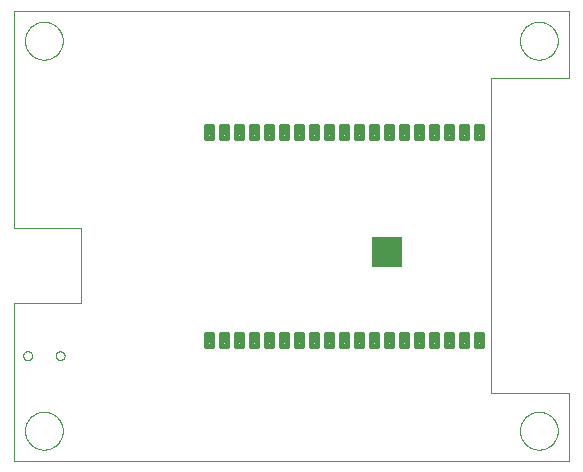
<source format=gbp>
G75*
%MOIN*%
%OFA0B0*%
%FSLAX25Y25*%
%IPPOS*%
%LPD*%
%AMOC8*
5,1,8,0,0,1.08239X$1,22.5*
%
%ADD10C,0.00000*%
%ADD11R,0.09965X0.09974*%
%ADD12C,0.01831*%
D10*
X0017291Y0035785D02*
X0017291Y0088285D01*
X0039791Y0088285D01*
X0039791Y0113285D01*
X0017291Y0113285D01*
X0017291Y0185785D01*
X0202291Y0185785D01*
X0202291Y0163285D01*
X0176291Y0163285D01*
X0176291Y0058285D01*
X0202291Y0058285D01*
X0202291Y0035785D01*
X0017291Y0035785D01*
X0020992Y0045785D02*
X0020994Y0045943D01*
X0021000Y0046101D01*
X0021010Y0046259D01*
X0021024Y0046417D01*
X0021042Y0046574D01*
X0021063Y0046731D01*
X0021089Y0046887D01*
X0021119Y0047043D01*
X0021152Y0047198D01*
X0021190Y0047351D01*
X0021231Y0047504D01*
X0021276Y0047656D01*
X0021325Y0047807D01*
X0021378Y0047956D01*
X0021434Y0048104D01*
X0021494Y0048250D01*
X0021558Y0048395D01*
X0021626Y0048538D01*
X0021697Y0048680D01*
X0021771Y0048820D01*
X0021849Y0048957D01*
X0021931Y0049093D01*
X0022015Y0049227D01*
X0022104Y0049358D01*
X0022195Y0049487D01*
X0022290Y0049614D01*
X0022387Y0049739D01*
X0022488Y0049861D01*
X0022592Y0049980D01*
X0022699Y0050097D01*
X0022809Y0050211D01*
X0022922Y0050322D01*
X0023037Y0050431D01*
X0023155Y0050536D01*
X0023276Y0050638D01*
X0023399Y0050738D01*
X0023525Y0050834D01*
X0023653Y0050927D01*
X0023783Y0051017D01*
X0023916Y0051103D01*
X0024051Y0051187D01*
X0024187Y0051266D01*
X0024326Y0051343D01*
X0024467Y0051415D01*
X0024609Y0051485D01*
X0024753Y0051550D01*
X0024899Y0051612D01*
X0025046Y0051670D01*
X0025195Y0051725D01*
X0025345Y0051776D01*
X0025496Y0051823D01*
X0025648Y0051866D01*
X0025801Y0051905D01*
X0025956Y0051941D01*
X0026111Y0051972D01*
X0026267Y0052000D01*
X0026423Y0052024D01*
X0026580Y0052044D01*
X0026738Y0052060D01*
X0026895Y0052072D01*
X0027054Y0052080D01*
X0027212Y0052084D01*
X0027370Y0052084D01*
X0027528Y0052080D01*
X0027687Y0052072D01*
X0027844Y0052060D01*
X0028002Y0052044D01*
X0028159Y0052024D01*
X0028315Y0052000D01*
X0028471Y0051972D01*
X0028626Y0051941D01*
X0028781Y0051905D01*
X0028934Y0051866D01*
X0029086Y0051823D01*
X0029237Y0051776D01*
X0029387Y0051725D01*
X0029536Y0051670D01*
X0029683Y0051612D01*
X0029829Y0051550D01*
X0029973Y0051485D01*
X0030115Y0051415D01*
X0030256Y0051343D01*
X0030395Y0051266D01*
X0030531Y0051187D01*
X0030666Y0051103D01*
X0030799Y0051017D01*
X0030929Y0050927D01*
X0031057Y0050834D01*
X0031183Y0050738D01*
X0031306Y0050638D01*
X0031427Y0050536D01*
X0031545Y0050431D01*
X0031660Y0050322D01*
X0031773Y0050211D01*
X0031883Y0050097D01*
X0031990Y0049980D01*
X0032094Y0049861D01*
X0032195Y0049739D01*
X0032292Y0049614D01*
X0032387Y0049487D01*
X0032478Y0049358D01*
X0032567Y0049227D01*
X0032651Y0049093D01*
X0032733Y0048957D01*
X0032811Y0048820D01*
X0032885Y0048680D01*
X0032956Y0048538D01*
X0033024Y0048395D01*
X0033088Y0048250D01*
X0033148Y0048104D01*
X0033204Y0047956D01*
X0033257Y0047807D01*
X0033306Y0047656D01*
X0033351Y0047504D01*
X0033392Y0047351D01*
X0033430Y0047198D01*
X0033463Y0047043D01*
X0033493Y0046887D01*
X0033519Y0046731D01*
X0033540Y0046574D01*
X0033558Y0046417D01*
X0033572Y0046259D01*
X0033582Y0046101D01*
X0033588Y0045943D01*
X0033590Y0045785D01*
X0033588Y0045627D01*
X0033582Y0045469D01*
X0033572Y0045311D01*
X0033558Y0045153D01*
X0033540Y0044996D01*
X0033519Y0044839D01*
X0033493Y0044683D01*
X0033463Y0044527D01*
X0033430Y0044372D01*
X0033392Y0044219D01*
X0033351Y0044066D01*
X0033306Y0043914D01*
X0033257Y0043763D01*
X0033204Y0043614D01*
X0033148Y0043466D01*
X0033088Y0043320D01*
X0033024Y0043175D01*
X0032956Y0043032D01*
X0032885Y0042890D01*
X0032811Y0042750D01*
X0032733Y0042613D01*
X0032651Y0042477D01*
X0032567Y0042343D01*
X0032478Y0042212D01*
X0032387Y0042083D01*
X0032292Y0041956D01*
X0032195Y0041831D01*
X0032094Y0041709D01*
X0031990Y0041590D01*
X0031883Y0041473D01*
X0031773Y0041359D01*
X0031660Y0041248D01*
X0031545Y0041139D01*
X0031427Y0041034D01*
X0031306Y0040932D01*
X0031183Y0040832D01*
X0031057Y0040736D01*
X0030929Y0040643D01*
X0030799Y0040553D01*
X0030666Y0040467D01*
X0030531Y0040383D01*
X0030395Y0040304D01*
X0030256Y0040227D01*
X0030115Y0040155D01*
X0029973Y0040085D01*
X0029829Y0040020D01*
X0029683Y0039958D01*
X0029536Y0039900D01*
X0029387Y0039845D01*
X0029237Y0039794D01*
X0029086Y0039747D01*
X0028934Y0039704D01*
X0028781Y0039665D01*
X0028626Y0039629D01*
X0028471Y0039598D01*
X0028315Y0039570D01*
X0028159Y0039546D01*
X0028002Y0039526D01*
X0027844Y0039510D01*
X0027687Y0039498D01*
X0027528Y0039490D01*
X0027370Y0039486D01*
X0027212Y0039486D01*
X0027054Y0039490D01*
X0026895Y0039498D01*
X0026738Y0039510D01*
X0026580Y0039526D01*
X0026423Y0039546D01*
X0026267Y0039570D01*
X0026111Y0039598D01*
X0025956Y0039629D01*
X0025801Y0039665D01*
X0025648Y0039704D01*
X0025496Y0039747D01*
X0025345Y0039794D01*
X0025195Y0039845D01*
X0025046Y0039900D01*
X0024899Y0039958D01*
X0024753Y0040020D01*
X0024609Y0040085D01*
X0024467Y0040155D01*
X0024326Y0040227D01*
X0024187Y0040304D01*
X0024051Y0040383D01*
X0023916Y0040467D01*
X0023783Y0040553D01*
X0023653Y0040643D01*
X0023525Y0040736D01*
X0023399Y0040832D01*
X0023276Y0040932D01*
X0023155Y0041034D01*
X0023037Y0041139D01*
X0022922Y0041248D01*
X0022809Y0041359D01*
X0022699Y0041473D01*
X0022592Y0041590D01*
X0022488Y0041709D01*
X0022387Y0041831D01*
X0022290Y0041956D01*
X0022195Y0042083D01*
X0022104Y0042212D01*
X0022015Y0042343D01*
X0021931Y0042477D01*
X0021849Y0042613D01*
X0021771Y0042750D01*
X0021697Y0042890D01*
X0021626Y0043032D01*
X0021558Y0043175D01*
X0021494Y0043320D01*
X0021434Y0043466D01*
X0021378Y0043614D01*
X0021325Y0043763D01*
X0021276Y0043914D01*
X0021231Y0044066D01*
X0021190Y0044219D01*
X0021152Y0044372D01*
X0021119Y0044527D01*
X0021089Y0044683D01*
X0021063Y0044839D01*
X0021042Y0044996D01*
X0021024Y0045153D01*
X0021010Y0045311D01*
X0021000Y0045469D01*
X0020994Y0045627D01*
X0020992Y0045785D01*
X0020402Y0070785D02*
X0020404Y0070862D01*
X0020410Y0070938D01*
X0020420Y0071014D01*
X0020434Y0071089D01*
X0020451Y0071164D01*
X0020473Y0071237D01*
X0020498Y0071310D01*
X0020528Y0071381D01*
X0020560Y0071450D01*
X0020597Y0071517D01*
X0020636Y0071583D01*
X0020679Y0071646D01*
X0020726Y0071707D01*
X0020775Y0071766D01*
X0020828Y0071822D01*
X0020883Y0071875D01*
X0020941Y0071925D01*
X0021001Y0071972D01*
X0021064Y0072016D01*
X0021129Y0072057D01*
X0021196Y0072094D01*
X0021265Y0072128D01*
X0021335Y0072158D01*
X0021407Y0072184D01*
X0021481Y0072206D01*
X0021555Y0072225D01*
X0021630Y0072240D01*
X0021706Y0072251D01*
X0021782Y0072258D01*
X0021859Y0072261D01*
X0021935Y0072260D01*
X0022012Y0072255D01*
X0022088Y0072246D01*
X0022164Y0072233D01*
X0022238Y0072216D01*
X0022312Y0072196D01*
X0022385Y0072171D01*
X0022456Y0072143D01*
X0022526Y0072111D01*
X0022594Y0072076D01*
X0022660Y0072037D01*
X0022724Y0071995D01*
X0022785Y0071949D01*
X0022845Y0071900D01*
X0022901Y0071849D01*
X0022955Y0071794D01*
X0023006Y0071737D01*
X0023054Y0071677D01*
X0023099Y0071615D01*
X0023140Y0071550D01*
X0023178Y0071484D01*
X0023213Y0071416D01*
X0023243Y0071345D01*
X0023271Y0071274D01*
X0023294Y0071201D01*
X0023314Y0071127D01*
X0023330Y0071052D01*
X0023342Y0070976D01*
X0023350Y0070900D01*
X0023354Y0070823D01*
X0023354Y0070747D01*
X0023350Y0070670D01*
X0023342Y0070594D01*
X0023330Y0070518D01*
X0023314Y0070443D01*
X0023294Y0070369D01*
X0023271Y0070296D01*
X0023243Y0070225D01*
X0023213Y0070154D01*
X0023178Y0070086D01*
X0023140Y0070020D01*
X0023099Y0069955D01*
X0023054Y0069893D01*
X0023006Y0069833D01*
X0022955Y0069776D01*
X0022901Y0069721D01*
X0022845Y0069670D01*
X0022785Y0069621D01*
X0022724Y0069575D01*
X0022660Y0069533D01*
X0022594Y0069494D01*
X0022526Y0069459D01*
X0022456Y0069427D01*
X0022385Y0069399D01*
X0022312Y0069374D01*
X0022238Y0069354D01*
X0022164Y0069337D01*
X0022088Y0069324D01*
X0022012Y0069315D01*
X0021935Y0069310D01*
X0021859Y0069309D01*
X0021782Y0069312D01*
X0021706Y0069319D01*
X0021630Y0069330D01*
X0021555Y0069345D01*
X0021481Y0069364D01*
X0021407Y0069386D01*
X0021335Y0069412D01*
X0021265Y0069442D01*
X0021196Y0069476D01*
X0021129Y0069513D01*
X0021064Y0069554D01*
X0021001Y0069598D01*
X0020941Y0069645D01*
X0020883Y0069695D01*
X0020828Y0069748D01*
X0020775Y0069804D01*
X0020726Y0069863D01*
X0020679Y0069924D01*
X0020636Y0069987D01*
X0020597Y0070053D01*
X0020560Y0070120D01*
X0020528Y0070189D01*
X0020498Y0070260D01*
X0020473Y0070333D01*
X0020451Y0070406D01*
X0020434Y0070481D01*
X0020420Y0070556D01*
X0020410Y0070632D01*
X0020404Y0070708D01*
X0020402Y0070785D01*
X0031229Y0070785D02*
X0031231Y0070862D01*
X0031237Y0070938D01*
X0031247Y0071014D01*
X0031261Y0071089D01*
X0031278Y0071164D01*
X0031300Y0071237D01*
X0031325Y0071310D01*
X0031355Y0071381D01*
X0031387Y0071450D01*
X0031424Y0071517D01*
X0031463Y0071583D01*
X0031506Y0071646D01*
X0031553Y0071707D01*
X0031602Y0071766D01*
X0031655Y0071822D01*
X0031710Y0071875D01*
X0031768Y0071925D01*
X0031828Y0071972D01*
X0031891Y0072016D01*
X0031956Y0072057D01*
X0032023Y0072094D01*
X0032092Y0072128D01*
X0032162Y0072158D01*
X0032234Y0072184D01*
X0032308Y0072206D01*
X0032382Y0072225D01*
X0032457Y0072240D01*
X0032533Y0072251D01*
X0032609Y0072258D01*
X0032686Y0072261D01*
X0032762Y0072260D01*
X0032839Y0072255D01*
X0032915Y0072246D01*
X0032991Y0072233D01*
X0033065Y0072216D01*
X0033139Y0072196D01*
X0033212Y0072171D01*
X0033283Y0072143D01*
X0033353Y0072111D01*
X0033421Y0072076D01*
X0033487Y0072037D01*
X0033551Y0071995D01*
X0033612Y0071949D01*
X0033672Y0071900D01*
X0033728Y0071849D01*
X0033782Y0071794D01*
X0033833Y0071737D01*
X0033881Y0071677D01*
X0033926Y0071615D01*
X0033967Y0071550D01*
X0034005Y0071484D01*
X0034040Y0071416D01*
X0034070Y0071345D01*
X0034098Y0071274D01*
X0034121Y0071201D01*
X0034141Y0071127D01*
X0034157Y0071052D01*
X0034169Y0070976D01*
X0034177Y0070900D01*
X0034181Y0070823D01*
X0034181Y0070747D01*
X0034177Y0070670D01*
X0034169Y0070594D01*
X0034157Y0070518D01*
X0034141Y0070443D01*
X0034121Y0070369D01*
X0034098Y0070296D01*
X0034070Y0070225D01*
X0034040Y0070154D01*
X0034005Y0070086D01*
X0033967Y0070020D01*
X0033926Y0069955D01*
X0033881Y0069893D01*
X0033833Y0069833D01*
X0033782Y0069776D01*
X0033728Y0069721D01*
X0033672Y0069670D01*
X0033612Y0069621D01*
X0033551Y0069575D01*
X0033487Y0069533D01*
X0033421Y0069494D01*
X0033353Y0069459D01*
X0033283Y0069427D01*
X0033212Y0069399D01*
X0033139Y0069374D01*
X0033065Y0069354D01*
X0032991Y0069337D01*
X0032915Y0069324D01*
X0032839Y0069315D01*
X0032762Y0069310D01*
X0032686Y0069309D01*
X0032609Y0069312D01*
X0032533Y0069319D01*
X0032457Y0069330D01*
X0032382Y0069345D01*
X0032308Y0069364D01*
X0032234Y0069386D01*
X0032162Y0069412D01*
X0032092Y0069442D01*
X0032023Y0069476D01*
X0031956Y0069513D01*
X0031891Y0069554D01*
X0031828Y0069598D01*
X0031768Y0069645D01*
X0031710Y0069695D01*
X0031655Y0069748D01*
X0031602Y0069804D01*
X0031553Y0069863D01*
X0031506Y0069924D01*
X0031463Y0069987D01*
X0031424Y0070053D01*
X0031387Y0070120D01*
X0031355Y0070189D01*
X0031325Y0070260D01*
X0031300Y0070333D01*
X0031278Y0070406D01*
X0031261Y0070481D01*
X0031247Y0070556D01*
X0031237Y0070632D01*
X0031231Y0070708D01*
X0031229Y0070785D01*
X0020992Y0175785D02*
X0020994Y0175943D01*
X0021000Y0176101D01*
X0021010Y0176259D01*
X0021024Y0176417D01*
X0021042Y0176574D01*
X0021063Y0176731D01*
X0021089Y0176887D01*
X0021119Y0177043D01*
X0021152Y0177198D01*
X0021190Y0177351D01*
X0021231Y0177504D01*
X0021276Y0177656D01*
X0021325Y0177807D01*
X0021378Y0177956D01*
X0021434Y0178104D01*
X0021494Y0178250D01*
X0021558Y0178395D01*
X0021626Y0178538D01*
X0021697Y0178680D01*
X0021771Y0178820D01*
X0021849Y0178957D01*
X0021931Y0179093D01*
X0022015Y0179227D01*
X0022104Y0179358D01*
X0022195Y0179487D01*
X0022290Y0179614D01*
X0022387Y0179739D01*
X0022488Y0179861D01*
X0022592Y0179980D01*
X0022699Y0180097D01*
X0022809Y0180211D01*
X0022922Y0180322D01*
X0023037Y0180431D01*
X0023155Y0180536D01*
X0023276Y0180638D01*
X0023399Y0180738D01*
X0023525Y0180834D01*
X0023653Y0180927D01*
X0023783Y0181017D01*
X0023916Y0181103D01*
X0024051Y0181187D01*
X0024187Y0181266D01*
X0024326Y0181343D01*
X0024467Y0181415D01*
X0024609Y0181485D01*
X0024753Y0181550D01*
X0024899Y0181612D01*
X0025046Y0181670D01*
X0025195Y0181725D01*
X0025345Y0181776D01*
X0025496Y0181823D01*
X0025648Y0181866D01*
X0025801Y0181905D01*
X0025956Y0181941D01*
X0026111Y0181972D01*
X0026267Y0182000D01*
X0026423Y0182024D01*
X0026580Y0182044D01*
X0026738Y0182060D01*
X0026895Y0182072D01*
X0027054Y0182080D01*
X0027212Y0182084D01*
X0027370Y0182084D01*
X0027528Y0182080D01*
X0027687Y0182072D01*
X0027844Y0182060D01*
X0028002Y0182044D01*
X0028159Y0182024D01*
X0028315Y0182000D01*
X0028471Y0181972D01*
X0028626Y0181941D01*
X0028781Y0181905D01*
X0028934Y0181866D01*
X0029086Y0181823D01*
X0029237Y0181776D01*
X0029387Y0181725D01*
X0029536Y0181670D01*
X0029683Y0181612D01*
X0029829Y0181550D01*
X0029973Y0181485D01*
X0030115Y0181415D01*
X0030256Y0181343D01*
X0030395Y0181266D01*
X0030531Y0181187D01*
X0030666Y0181103D01*
X0030799Y0181017D01*
X0030929Y0180927D01*
X0031057Y0180834D01*
X0031183Y0180738D01*
X0031306Y0180638D01*
X0031427Y0180536D01*
X0031545Y0180431D01*
X0031660Y0180322D01*
X0031773Y0180211D01*
X0031883Y0180097D01*
X0031990Y0179980D01*
X0032094Y0179861D01*
X0032195Y0179739D01*
X0032292Y0179614D01*
X0032387Y0179487D01*
X0032478Y0179358D01*
X0032567Y0179227D01*
X0032651Y0179093D01*
X0032733Y0178957D01*
X0032811Y0178820D01*
X0032885Y0178680D01*
X0032956Y0178538D01*
X0033024Y0178395D01*
X0033088Y0178250D01*
X0033148Y0178104D01*
X0033204Y0177956D01*
X0033257Y0177807D01*
X0033306Y0177656D01*
X0033351Y0177504D01*
X0033392Y0177351D01*
X0033430Y0177198D01*
X0033463Y0177043D01*
X0033493Y0176887D01*
X0033519Y0176731D01*
X0033540Y0176574D01*
X0033558Y0176417D01*
X0033572Y0176259D01*
X0033582Y0176101D01*
X0033588Y0175943D01*
X0033590Y0175785D01*
X0033588Y0175627D01*
X0033582Y0175469D01*
X0033572Y0175311D01*
X0033558Y0175153D01*
X0033540Y0174996D01*
X0033519Y0174839D01*
X0033493Y0174683D01*
X0033463Y0174527D01*
X0033430Y0174372D01*
X0033392Y0174219D01*
X0033351Y0174066D01*
X0033306Y0173914D01*
X0033257Y0173763D01*
X0033204Y0173614D01*
X0033148Y0173466D01*
X0033088Y0173320D01*
X0033024Y0173175D01*
X0032956Y0173032D01*
X0032885Y0172890D01*
X0032811Y0172750D01*
X0032733Y0172613D01*
X0032651Y0172477D01*
X0032567Y0172343D01*
X0032478Y0172212D01*
X0032387Y0172083D01*
X0032292Y0171956D01*
X0032195Y0171831D01*
X0032094Y0171709D01*
X0031990Y0171590D01*
X0031883Y0171473D01*
X0031773Y0171359D01*
X0031660Y0171248D01*
X0031545Y0171139D01*
X0031427Y0171034D01*
X0031306Y0170932D01*
X0031183Y0170832D01*
X0031057Y0170736D01*
X0030929Y0170643D01*
X0030799Y0170553D01*
X0030666Y0170467D01*
X0030531Y0170383D01*
X0030395Y0170304D01*
X0030256Y0170227D01*
X0030115Y0170155D01*
X0029973Y0170085D01*
X0029829Y0170020D01*
X0029683Y0169958D01*
X0029536Y0169900D01*
X0029387Y0169845D01*
X0029237Y0169794D01*
X0029086Y0169747D01*
X0028934Y0169704D01*
X0028781Y0169665D01*
X0028626Y0169629D01*
X0028471Y0169598D01*
X0028315Y0169570D01*
X0028159Y0169546D01*
X0028002Y0169526D01*
X0027844Y0169510D01*
X0027687Y0169498D01*
X0027528Y0169490D01*
X0027370Y0169486D01*
X0027212Y0169486D01*
X0027054Y0169490D01*
X0026895Y0169498D01*
X0026738Y0169510D01*
X0026580Y0169526D01*
X0026423Y0169546D01*
X0026267Y0169570D01*
X0026111Y0169598D01*
X0025956Y0169629D01*
X0025801Y0169665D01*
X0025648Y0169704D01*
X0025496Y0169747D01*
X0025345Y0169794D01*
X0025195Y0169845D01*
X0025046Y0169900D01*
X0024899Y0169958D01*
X0024753Y0170020D01*
X0024609Y0170085D01*
X0024467Y0170155D01*
X0024326Y0170227D01*
X0024187Y0170304D01*
X0024051Y0170383D01*
X0023916Y0170467D01*
X0023783Y0170553D01*
X0023653Y0170643D01*
X0023525Y0170736D01*
X0023399Y0170832D01*
X0023276Y0170932D01*
X0023155Y0171034D01*
X0023037Y0171139D01*
X0022922Y0171248D01*
X0022809Y0171359D01*
X0022699Y0171473D01*
X0022592Y0171590D01*
X0022488Y0171709D01*
X0022387Y0171831D01*
X0022290Y0171956D01*
X0022195Y0172083D01*
X0022104Y0172212D01*
X0022015Y0172343D01*
X0021931Y0172477D01*
X0021849Y0172613D01*
X0021771Y0172750D01*
X0021697Y0172890D01*
X0021626Y0173032D01*
X0021558Y0173175D01*
X0021494Y0173320D01*
X0021434Y0173466D01*
X0021378Y0173614D01*
X0021325Y0173763D01*
X0021276Y0173914D01*
X0021231Y0174066D01*
X0021190Y0174219D01*
X0021152Y0174372D01*
X0021119Y0174527D01*
X0021089Y0174683D01*
X0021063Y0174839D01*
X0021042Y0174996D01*
X0021024Y0175153D01*
X0021010Y0175311D01*
X0021000Y0175469D01*
X0020994Y0175627D01*
X0020992Y0175785D01*
X0185992Y0175785D02*
X0185994Y0175943D01*
X0186000Y0176101D01*
X0186010Y0176259D01*
X0186024Y0176417D01*
X0186042Y0176574D01*
X0186063Y0176731D01*
X0186089Y0176887D01*
X0186119Y0177043D01*
X0186152Y0177198D01*
X0186190Y0177351D01*
X0186231Y0177504D01*
X0186276Y0177656D01*
X0186325Y0177807D01*
X0186378Y0177956D01*
X0186434Y0178104D01*
X0186494Y0178250D01*
X0186558Y0178395D01*
X0186626Y0178538D01*
X0186697Y0178680D01*
X0186771Y0178820D01*
X0186849Y0178957D01*
X0186931Y0179093D01*
X0187015Y0179227D01*
X0187104Y0179358D01*
X0187195Y0179487D01*
X0187290Y0179614D01*
X0187387Y0179739D01*
X0187488Y0179861D01*
X0187592Y0179980D01*
X0187699Y0180097D01*
X0187809Y0180211D01*
X0187922Y0180322D01*
X0188037Y0180431D01*
X0188155Y0180536D01*
X0188276Y0180638D01*
X0188399Y0180738D01*
X0188525Y0180834D01*
X0188653Y0180927D01*
X0188783Y0181017D01*
X0188916Y0181103D01*
X0189051Y0181187D01*
X0189187Y0181266D01*
X0189326Y0181343D01*
X0189467Y0181415D01*
X0189609Y0181485D01*
X0189753Y0181550D01*
X0189899Y0181612D01*
X0190046Y0181670D01*
X0190195Y0181725D01*
X0190345Y0181776D01*
X0190496Y0181823D01*
X0190648Y0181866D01*
X0190801Y0181905D01*
X0190956Y0181941D01*
X0191111Y0181972D01*
X0191267Y0182000D01*
X0191423Y0182024D01*
X0191580Y0182044D01*
X0191738Y0182060D01*
X0191895Y0182072D01*
X0192054Y0182080D01*
X0192212Y0182084D01*
X0192370Y0182084D01*
X0192528Y0182080D01*
X0192687Y0182072D01*
X0192844Y0182060D01*
X0193002Y0182044D01*
X0193159Y0182024D01*
X0193315Y0182000D01*
X0193471Y0181972D01*
X0193626Y0181941D01*
X0193781Y0181905D01*
X0193934Y0181866D01*
X0194086Y0181823D01*
X0194237Y0181776D01*
X0194387Y0181725D01*
X0194536Y0181670D01*
X0194683Y0181612D01*
X0194829Y0181550D01*
X0194973Y0181485D01*
X0195115Y0181415D01*
X0195256Y0181343D01*
X0195395Y0181266D01*
X0195531Y0181187D01*
X0195666Y0181103D01*
X0195799Y0181017D01*
X0195929Y0180927D01*
X0196057Y0180834D01*
X0196183Y0180738D01*
X0196306Y0180638D01*
X0196427Y0180536D01*
X0196545Y0180431D01*
X0196660Y0180322D01*
X0196773Y0180211D01*
X0196883Y0180097D01*
X0196990Y0179980D01*
X0197094Y0179861D01*
X0197195Y0179739D01*
X0197292Y0179614D01*
X0197387Y0179487D01*
X0197478Y0179358D01*
X0197567Y0179227D01*
X0197651Y0179093D01*
X0197733Y0178957D01*
X0197811Y0178820D01*
X0197885Y0178680D01*
X0197956Y0178538D01*
X0198024Y0178395D01*
X0198088Y0178250D01*
X0198148Y0178104D01*
X0198204Y0177956D01*
X0198257Y0177807D01*
X0198306Y0177656D01*
X0198351Y0177504D01*
X0198392Y0177351D01*
X0198430Y0177198D01*
X0198463Y0177043D01*
X0198493Y0176887D01*
X0198519Y0176731D01*
X0198540Y0176574D01*
X0198558Y0176417D01*
X0198572Y0176259D01*
X0198582Y0176101D01*
X0198588Y0175943D01*
X0198590Y0175785D01*
X0198588Y0175627D01*
X0198582Y0175469D01*
X0198572Y0175311D01*
X0198558Y0175153D01*
X0198540Y0174996D01*
X0198519Y0174839D01*
X0198493Y0174683D01*
X0198463Y0174527D01*
X0198430Y0174372D01*
X0198392Y0174219D01*
X0198351Y0174066D01*
X0198306Y0173914D01*
X0198257Y0173763D01*
X0198204Y0173614D01*
X0198148Y0173466D01*
X0198088Y0173320D01*
X0198024Y0173175D01*
X0197956Y0173032D01*
X0197885Y0172890D01*
X0197811Y0172750D01*
X0197733Y0172613D01*
X0197651Y0172477D01*
X0197567Y0172343D01*
X0197478Y0172212D01*
X0197387Y0172083D01*
X0197292Y0171956D01*
X0197195Y0171831D01*
X0197094Y0171709D01*
X0196990Y0171590D01*
X0196883Y0171473D01*
X0196773Y0171359D01*
X0196660Y0171248D01*
X0196545Y0171139D01*
X0196427Y0171034D01*
X0196306Y0170932D01*
X0196183Y0170832D01*
X0196057Y0170736D01*
X0195929Y0170643D01*
X0195799Y0170553D01*
X0195666Y0170467D01*
X0195531Y0170383D01*
X0195395Y0170304D01*
X0195256Y0170227D01*
X0195115Y0170155D01*
X0194973Y0170085D01*
X0194829Y0170020D01*
X0194683Y0169958D01*
X0194536Y0169900D01*
X0194387Y0169845D01*
X0194237Y0169794D01*
X0194086Y0169747D01*
X0193934Y0169704D01*
X0193781Y0169665D01*
X0193626Y0169629D01*
X0193471Y0169598D01*
X0193315Y0169570D01*
X0193159Y0169546D01*
X0193002Y0169526D01*
X0192844Y0169510D01*
X0192687Y0169498D01*
X0192528Y0169490D01*
X0192370Y0169486D01*
X0192212Y0169486D01*
X0192054Y0169490D01*
X0191895Y0169498D01*
X0191738Y0169510D01*
X0191580Y0169526D01*
X0191423Y0169546D01*
X0191267Y0169570D01*
X0191111Y0169598D01*
X0190956Y0169629D01*
X0190801Y0169665D01*
X0190648Y0169704D01*
X0190496Y0169747D01*
X0190345Y0169794D01*
X0190195Y0169845D01*
X0190046Y0169900D01*
X0189899Y0169958D01*
X0189753Y0170020D01*
X0189609Y0170085D01*
X0189467Y0170155D01*
X0189326Y0170227D01*
X0189187Y0170304D01*
X0189051Y0170383D01*
X0188916Y0170467D01*
X0188783Y0170553D01*
X0188653Y0170643D01*
X0188525Y0170736D01*
X0188399Y0170832D01*
X0188276Y0170932D01*
X0188155Y0171034D01*
X0188037Y0171139D01*
X0187922Y0171248D01*
X0187809Y0171359D01*
X0187699Y0171473D01*
X0187592Y0171590D01*
X0187488Y0171709D01*
X0187387Y0171831D01*
X0187290Y0171956D01*
X0187195Y0172083D01*
X0187104Y0172212D01*
X0187015Y0172343D01*
X0186931Y0172477D01*
X0186849Y0172613D01*
X0186771Y0172750D01*
X0186697Y0172890D01*
X0186626Y0173032D01*
X0186558Y0173175D01*
X0186494Y0173320D01*
X0186434Y0173466D01*
X0186378Y0173614D01*
X0186325Y0173763D01*
X0186276Y0173914D01*
X0186231Y0174066D01*
X0186190Y0174219D01*
X0186152Y0174372D01*
X0186119Y0174527D01*
X0186089Y0174683D01*
X0186063Y0174839D01*
X0186042Y0174996D01*
X0186024Y0175153D01*
X0186010Y0175311D01*
X0186000Y0175469D01*
X0185994Y0175627D01*
X0185992Y0175785D01*
X0185992Y0045785D02*
X0185994Y0045943D01*
X0186000Y0046101D01*
X0186010Y0046259D01*
X0186024Y0046417D01*
X0186042Y0046574D01*
X0186063Y0046731D01*
X0186089Y0046887D01*
X0186119Y0047043D01*
X0186152Y0047198D01*
X0186190Y0047351D01*
X0186231Y0047504D01*
X0186276Y0047656D01*
X0186325Y0047807D01*
X0186378Y0047956D01*
X0186434Y0048104D01*
X0186494Y0048250D01*
X0186558Y0048395D01*
X0186626Y0048538D01*
X0186697Y0048680D01*
X0186771Y0048820D01*
X0186849Y0048957D01*
X0186931Y0049093D01*
X0187015Y0049227D01*
X0187104Y0049358D01*
X0187195Y0049487D01*
X0187290Y0049614D01*
X0187387Y0049739D01*
X0187488Y0049861D01*
X0187592Y0049980D01*
X0187699Y0050097D01*
X0187809Y0050211D01*
X0187922Y0050322D01*
X0188037Y0050431D01*
X0188155Y0050536D01*
X0188276Y0050638D01*
X0188399Y0050738D01*
X0188525Y0050834D01*
X0188653Y0050927D01*
X0188783Y0051017D01*
X0188916Y0051103D01*
X0189051Y0051187D01*
X0189187Y0051266D01*
X0189326Y0051343D01*
X0189467Y0051415D01*
X0189609Y0051485D01*
X0189753Y0051550D01*
X0189899Y0051612D01*
X0190046Y0051670D01*
X0190195Y0051725D01*
X0190345Y0051776D01*
X0190496Y0051823D01*
X0190648Y0051866D01*
X0190801Y0051905D01*
X0190956Y0051941D01*
X0191111Y0051972D01*
X0191267Y0052000D01*
X0191423Y0052024D01*
X0191580Y0052044D01*
X0191738Y0052060D01*
X0191895Y0052072D01*
X0192054Y0052080D01*
X0192212Y0052084D01*
X0192370Y0052084D01*
X0192528Y0052080D01*
X0192687Y0052072D01*
X0192844Y0052060D01*
X0193002Y0052044D01*
X0193159Y0052024D01*
X0193315Y0052000D01*
X0193471Y0051972D01*
X0193626Y0051941D01*
X0193781Y0051905D01*
X0193934Y0051866D01*
X0194086Y0051823D01*
X0194237Y0051776D01*
X0194387Y0051725D01*
X0194536Y0051670D01*
X0194683Y0051612D01*
X0194829Y0051550D01*
X0194973Y0051485D01*
X0195115Y0051415D01*
X0195256Y0051343D01*
X0195395Y0051266D01*
X0195531Y0051187D01*
X0195666Y0051103D01*
X0195799Y0051017D01*
X0195929Y0050927D01*
X0196057Y0050834D01*
X0196183Y0050738D01*
X0196306Y0050638D01*
X0196427Y0050536D01*
X0196545Y0050431D01*
X0196660Y0050322D01*
X0196773Y0050211D01*
X0196883Y0050097D01*
X0196990Y0049980D01*
X0197094Y0049861D01*
X0197195Y0049739D01*
X0197292Y0049614D01*
X0197387Y0049487D01*
X0197478Y0049358D01*
X0197567Y0049227D01*
X0197651Y0049093D01*
X0197733Y0048957D01*
X0197811Y0048820D01*
X0197885Y0048680D01*
X0197956Y0048538D01*
X0198024Y0048395D01*
X0198088Y0048250D01*
X0198148Y0048104D01*
X0198204Y0047956D01*
X0198257Y0047807D01*
X0198306Y0047656D01*
X0198351Y0047504D01*
X0198392Y0047351D01*
X0198430Y0047198D01*
X0198463Y0047043D01*
X0198493Y0046887D01*
X0198519Y0046731D01*
X0198540Y0046574D01*
X0198558Y0046417D01*
X0198572Y0046259D01*
X0198582Y0046101D01*
X0198588Y0045943D01*
X0198590Y0045785D01*
X0198588Y0045627D01*
X0198582Y0045469D01*
X0198572Y0045311D01*
X0198558Y0045153D01*
X0198540Y0044996D01*
X0198519Y0044839D01*
X0198493Y0044683D01*
X0198463Y0044527D01*
X0198430Y0044372D01*
X0198392Y0044219D01*
X0198351Y0044066D01*
X0198306Y0043914D01*
X0198257Y0043763D01*
X0198204Y0043614D01*
X0198148Y0043466D01*
X0198088Y0043320D01*
X0198024Y0043175D01*
X0197956Y0043032D01*
X0197885Y0042890D01*
X0197811Y0042750D01*
X0197733Y0042613D01*
X0197651Y0042477D01*
X0197567Y0042343D01*
X0197478Y0042212D01*
X0197387Y0042083D01*
X0197292Y0041956D01*
X0197195Y0041831D01*
X0197094Y0041709D01*
X0196990Y0041590D01*
X0196883Y0041473D01*
X0196773Y0041359D01*
X0196660Y0041248D01*
X0196545Y0041139D01*
X0196427Y0041034D01*
X0196306Y0040932D01*
X0196183Y0040832D01*
X0196057Y0040736D01*
X0195929Y0040643D01*
X0195799Y0040553D01*
X0195666Y0040467D01*
X0195531Y0040383D01*
X0195395Y0040304D01*
X0195256Y0040227D01*
X0195115Y0040155D01*
X0194973Y0040085D01*
X0194829Y0040020D01*
X0194683Y0039958D01*
X0194536Y0039900D01*
X0194387Y0039845D01*
X0194237Y0039794D01*
X0194086Y0039747D01*
X0193934Y0039704D01*
X0193781Y0039665D01*
X0193626Y0039629D01*
X0193471Y0039598D01*
X0193315Y0039570D01*
X0193159Y0039546D01*
X0193002Y0039526D01*
X0192844Y0039510D01*
X0192687Y0039498D01*
X0192528Y0039490D01*
X0192370Y0039486D01*
X0192212Y0039486D01*
X0192054Y0039490D01*
X0191895Y0039498D01*
X0191738Y0039510D01*
X0191580Y0039526D01*
X0191423Y0039546D01*
X0191267Y0039570D01*
X0191111Y0039598D01*
X0190956Y0039629D01*
X0190801Y0039665D01*
X0190648Y0039704D01*
X0190496Y0039747D01*
X0190345Y0039794D01*
X0190195Y0039845D01*
X0190046Y0039900D01*
X0189899Y0039958D01*
X0189753Y0040020D01*
X0189609Y0040085D01*
X0189467Y0040155D01*
X0189326Y0040227D01*
X0189187Y0040304D01*
X0189051Y0040383D01*
X0188916Y0040467D01*
X0188783Y0040553D01*
X0188653Y0040643D01*
X0188525Y0040736D01*
X0188399Y0040832D01*
X0188276Y0040932D01*
X0188155Y0041034D01*
X0188037Y0041139D01*
X0187922Y0041248D01*
X0187809Y0041359D01*
X0187699Y0041473D01*
X0187592Y0041590D01*
X0187488Y0041709D01*
X0187387Y0041831D01*
X0187290Y0041956D01*
X0187195Y0042083D01*
X0187104Y0042212D01*
X0187015Y0042343D01*
X0186931Y0042477D01*
X0186849Y0042613D01*
X0186771Y0042750D01*
X0186697Y0042890D01*
X0186626Y0043032D01*
X0186558Y0043175D01*
X0186494Y0043320D01*
X0186434Y0043466D01*
X0186378Y0043614D01*
X0186325Y0043763D01*
X0186276Y0043914D01*
X0186231Y0044066D01*
X0186190Y0044219D01*
X0186152Y0044372D01*
X0186119Y0044527D01*
X0186089Y0044683D01*
X0186063Y0044839D01*
X0186042Y0044996D01*
X0186024Y0045153D01*
X0186010Y0045311D01*
X0186000Y0045469D01*
X0185994Y0045627D01*
X0185992Y0045785D01*
D11*
X0141640Y0105345D03*
D12*
X0143226Y0078039D02*
X0143226Y0074161D01*
X0141396Y0074161D01*
X0141396Y0078039D01*
X0143226Y0078039D01*
X0143226Y0075991D02*
X0141396Y0075991D01*
X0141396Y0077821D02*
X0143226Y0077821D01*
X0148226Y0078039D02*
X0148226Y0074161D01*
X0146396Y0074161D01*
X0146396Y0078039D01*
X0148226Y0078039D01*
X0148226Y0075991D02*
X0146396Y0075991D01*
X0146396Y0077821D02*
X0148226Y0077821D01*
X0153226Y0078039D02*
X0153226Y0074161D01*
X0151396Y0074161D01*
X0151396Y0078039D01*
X0153226Y0078039D01*
X0153226Y0075991D02*
X0151396Y0075991D01*
X0151396Y0077821D02*
X0153226Y0077821D01*
X0158226Y0078039D02*
X0158226Y0074161D01*
X0156396Y0074161D01*
X0156396Y0078039D01*
X0158226Y0078039D01*
X0158226Y0075991D02*
X0156396Y0075991D01*
X0156396Y0077821D02*
X0158226Y0077821D01*
X0163226Y0078039D02*
X0163226Y0074161D01*
X0161396Y0074161D01*
X0161396Y0078039D01*
X0163226Y0078039D01*
X0163226Y0075991D02*
X0161396Y0075991D01*
X0161396Y0077821D02*
X0163226Y0077821D01*
X0168226Y0078039D02*
X0168226Y0074161D01*
X0166396Y0074161D01*
X0166396Y0078039D01*
X0168226Y0078039D01*
X0168226Y0075991D02*
X0166396Y0075991D01*
X0166396Y0077821D02*
X0168226Y0077821D01*
X0173226Y0078039D02*
X0173226Y0074161D01*
X0171396Y0074161D01*
X0171396Y0078039D01*
X0173226Y0078039D01*
X0173226Y0075991D02*
X0171396Y0075991D01*
X0171396Y0077821D02*
X0173226Y0077821D01*
X0138226Y0078039D02*
X0138226Y0074161D01*
X0136396Y0074161D01*
X0136396Y0078039D01*
X0138226Y0078039D01*
X0138226Y0075991D02*
X0136396Y0075991D01*
X0136396Y0077821D02*
X0138226Y0077821D01*
X0133226Y0078039D02*
X0133226Y0074161D01*
X0131396Y0074161D01*
X0131396Y0078039D01*
X0133226Y0078039D01*
X0133226Y0075991D02*
X0131396Y0075991D01*
X0131396Y0077821D02*
X0133226Y0077821D01*
X0128226Y0078039D02*
X0128226Y0074161D01*
X0126396Y0074161D01*
X0126396Y0078039D01*
X0128226Y0078039D01*
X0128226Y0075991D02*
X0126396Y0075991D01*
X0126396Y0077821D02*
X0128226Y0077821D01*
X0123226Y0078039D02*
X0123226Y0074161D01*
X0121396Y0074161D01*
X0121396Y0078039D01*
X0123226Y0078039D01*
X0123226Y0075991D02*
X0121396Y0075991D01*
X0121396Y0077821D02*
X0123226Y0077821D01*
X0118226Y0078039D02*
X0118226Y0074161D01*
X0116396Y0074161D01*
X0116396Y0078039D01*
X0118226Y0078039D01*
X0118226Y0075991D02*
X0116396Y0075991D01*
X0116396Y0077821D02*
X0118226Y0077821D01*
X0113226Y0078039D02*
X0113226Y0074161D01*
X0111396Y0074161D01*
X0111396Y0078039D01*
X0113226Y0078039D01*
X0113226Y0075991D02*
X0111396Y0075991D01*
X0111396Y0077821D02*
X0113226Y0077821D01*
X0108226Y0078039D02*
X0108226Y0074161D01*
X0106396Y0074161D01*
X0106396Y0078039D01*
X0108226Y0078039D01*
X0108226Y0075991D02*
X0106396Y0075991D01*
X0106396Y0077821D02*
X0108226Y0077821D01*
X0103226Y0078039D02*
X0103226Y0074161D01*
X0101396Y0074161D01*
X0101396Y0078039D01*
X0103226Y0078039D01*
X0103226Y0075991D02*
X0101396Y0075991D01*
X0101396Y0077821D02*
X0103226Y0077821D01*
X0098226Y0078039D02*
X0098226Y0074161D01*
X0096396Y0074161D01*
X0096396Y0078039D01*
X0098226Y0078039D01*
X0098226Y0075991D02*
X0096396Y0075991D01*
X0096396Y0077821D02*
X0098226Y0077821D01*
X0093226Y0078039D02*
X0093226Y0074161D01*
X0091396Y0074161D01*
X0091396Y0078039D01*
X0093226Y0078039D01*
X0093226Y0075991D02*
X0091396Y0075991D01*
X0091396Y0077821D02*
X0093226Y0077821D01*
X0088226Y0078039D02*
X0088226Y0074161D01*
X0086396Y0074161D01*
X0086396Y0078039D01*
X0088226Y0078039D01*
X0088226Y0075991D02*
X0086396Y0075991D01*
X0086396Y0077821D02*
X0088226Y0077821D01*
X0083226Y0078039D02*
X0083226Y0074161D01*
X0081396Y0074161D01*
X0081396Y0078039D01*
X0083226Y0078039D01*
X0083226Y0075991D02*
X0081396Y0075991D01*
X0081396Y0077821D02*
X0083226Y0077821D01*
X0081396Y0143531D02*
X0081396Y0147409D01*
X0083226Y0147409D01*
X0083226Y0143531D01*
X0081396Y0143531D01*
X0081396Y0145361D02*
X0083226Y0145361D01*
X0083226Y0147191D02*
X0081396Y0147191D01*
X0086396Y0147409D02*
X0086396Y0143531D01*
X0086396Y0147409D02*
X0088226Y0147409D01*
X0088226Y0143531D01*
X0086396Y0143531D01*
X0086396Y0145361D02*
X0088226Y0145361D01*
X0088226Y0147191D02*
X0086396Y0147191D01*
X0091396Y0147409D02*
X0091396Y0143531D01*
X0091396Y0147409D02*
X0093226Y0147409D01*
X0093226Y0143531D01*
X0091396Y0143531D01*
X0091396Y0145361D02*
X0093226Y0145361D01*
X0093226Y0147191D02*
X0091396Y0147191D01*
X0096396Y0147409D02*
X0096396Y0143531D01*
X0096396Y0147409D02*
X0098226Y0147409D01*
X0098226Y0143531D01*
X0096396Y0143531D01*
X0096396Y0145361D02*
X0098226Y0145361D01*
X0098226Y0147191D02*
X0096396Y0147191D01*
X0101396Y0147409D02*
X0101396Y0143531D01*
X0101396Y0147409D02*
X0103226Y0147409D01*
X0103226Y0143531D01*
X0101396Y0143531D01*
X0101396Y0145361D02*
X0103226Y0145361D01*
X0103226Y0147191D02*
X0101396Y0147191D01*
X0106396Y0147409D02*
X0106396Y0143531D01*
X0106396Y0147409D02*
X0108226Y0147409D01*
X0108226Y0143531D01*
X0106396Y0143531D01*
X0106396Y0145361D02*
X0108226Y0145361D01*
X0108226Y0147191D02*
X0106396Y0147191D01*
X0111396Y0147409D02*
X0111396Y0143531D01*
X0111396Y0147409D02*
X0113226Y0147409D01*
X0113226Y0143531D01*
X0111396Y0143531D01*
X0111396Y0145361D02*
X0113226Y0145361D01*
X0113226Y0147191D02*
X0111396Y0147191D01*
X0116396Y0147409D02*
X0116396Y0143531D01*
X0116396Y0147409D02*
X0118226Y0147409D01*
X0118226Y0143531D01*
X0116396Y0143531D01*
X0116396Y0145361D02*
X0118226Y0145361D01*
X0118226Y0147191D02*
X0116396Y0147191D01*
X0121396Y0147409D02*
X0121396Y0143531D01*
X0121396Y0147409D02*
X0123226Y0147409D01*
X0123226Y0143531D01*
X0121396Y0143531D01*
X0121396Y0145361D02*
X0123226Y0145361D01*
X0123226Y0147191D02*
X0121396Y0147191D01*
X0126396Y0147409D02*
X0126396Y0143531D01*
X0126396Y0147409D02*
X0128226Y0147409D01*
X0128226Y0143531D01*
X0126396Y0143531D01*
X0126396Y0145361D02*
X0128226Y0145361D01*
X0128226Y0147191D02*
X0126396Y0147191D01*
X0131396Y0147409D02*
X0131396Y0143531D01*
X0131396Y0147409D02*
X0133226Y0147409D01*
X0133226Y0143531D01*
X0131396Y0143531D01*
X0131396Y0145361D02*
X0133226Y0145361D01*
X0133226Y0147191D02*
X0131396Y0147191D01*
X0136396Y0147409D02*
X0136396Y0143531D01*
X0136396Y0147409D02*
X0138226Y0147409D01*
X0138226Y0143531D01*
X0136396Y0143531D01*
X0136396Y0145361D02*
X0138226Y0145361D01*
X0138226Y0147191D02*
X0136396Y0147191D01*
X0141396Y0147409D02*
X0141396Y0143531D01*
X0141396Y0147409D02*
X0143226Y0147409D01*
X0143226Y0143531D01*
X0141396Y0143531D01*
X0141396Y0145361D02*
X0143226Y0145361D01*
X0143226Y0147191D02*
X0141396Y0147191D01*
X0146396Y0147409D02*
X0146396Y0143531D01*
X0146396Y0147409D02*
X0148226Y0147409D01*
X0148226Y0143531D01*
X0146396Y0143531D01*
X0146396Y0145361D02*
X0148226Y0145361D01*
X0148226Y0147191D02*
X0146396Y0147191D01*
X0151396Y0147409D02*
X0151396Y0143531D01*
X0151396Y0147409D02*
X0153226Y0147409D01*
X0153226Y0143531D01*
X0151396Y0143531D01*
X0151396Y0145361D02*
X0153226Y0145361D01*
X0153226Y0147191D02*
X0151396Y0147191D01*
X0156396Y0147409D02*
X0156396Y0143531D01*
X0156396Y0147409D02*
X0158226Y0147409D01*
X0158226Y0143531D01*
X0156396Y0143531D01*
X0156396Y0145361D02*
X0158226Y0145361D01*
X0158226Y0147191D02*
X0156396Y0147191D01*
X0161396Y0147409D02*
X0161396Y0143531D01*
X0161396Y0147409D02*
X0163226Y0147409D01*
X0163226Y0143531D01*
X0161396Y0143531D01*
X0161396Y0145361D02*
X0163226Y0145361D01*
X0163226Y0147191D02*
X0161396Y0147191D01*
X0166396Y0147409D02*
X0166396Y0143531D01*
X0166396Y0147409D02*
X0168226Y0147409D01*
X0168226Y0143531D01*
X0166396Y0143531D01*
X0166396Y0145361D02*
X0168226Y0145361D01*
X0168226Y0147191D02*
X0166396Y0147191D01*
X0171396Y0147409D02*
X0171396Y0143531D01*
X0171396Y0147409D02*
X0173226Y0147409D01*
X0173226Y0143531D01*
X0171396Y0143531D01*
X0171396Y0145361D02*
X0173226Y0145361D01*
X0173226Y0147191D02*
X0171396Y0147191D01*
M02*

</source>
